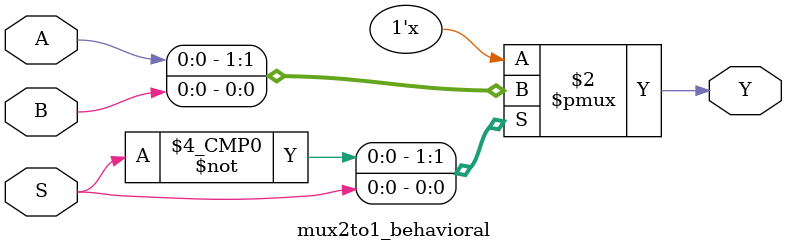
<source format=v>
module mux2to1_behavioral (
    input  wire A,
    input  wire B,
    input  wire S,
    output reg  Y
);
    always @(*) begin
        case (S)
            1'b0: Y = A;
            1'b1: Y = B;
        endcase
    end
endmodule

</source>
